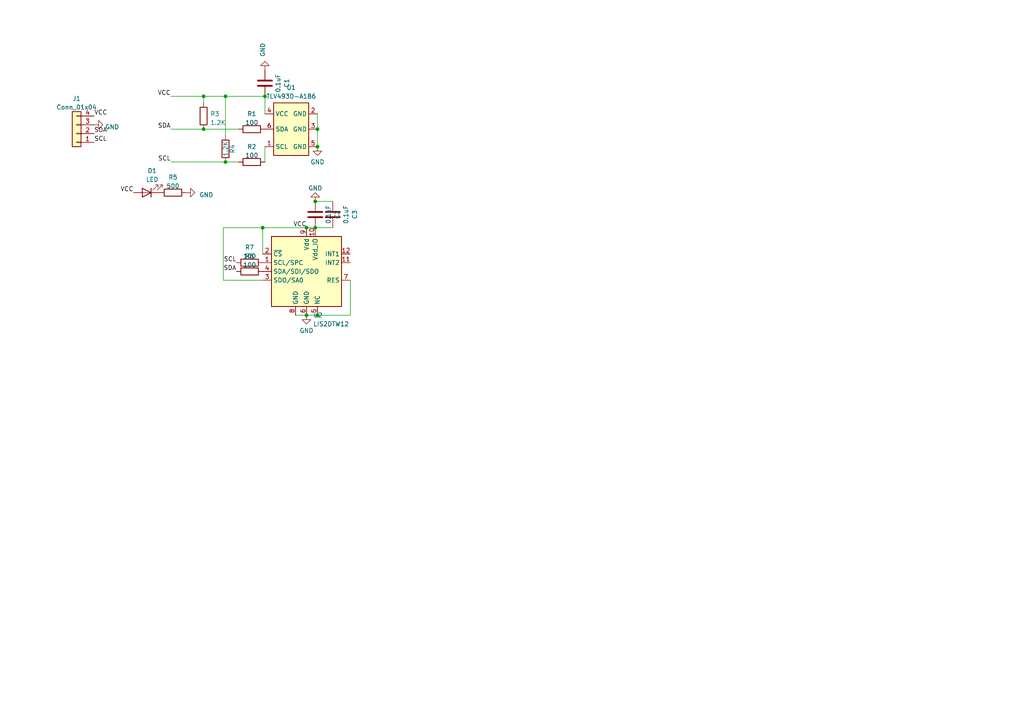
<source format=kicad_sch>
(kicad_sch (version 20230121) (generator eeschema)
  (paper "A4")
  (lib_symbols
    (symbol "Connector_Generic:Conn_01x04" (pin_names (offset 1.016) hide)
      (property "Reference" "J" (at 0 5.08 0))
      (property "Value" "Conn_01x04" (at 0 -7.62 0))
      (symbol "Conn_01x04_1_1"
        (rectangle (start -1.27 -4.953) (end 0 -5.207) (stroke (width 0.1524)))
        (rectangle (start -1.27 -2.413) (end 0 -2.667) (stroke (width 0.1524)))
        (rectangle (start -1.27 0.127) (end 0 -0.127) (stroke (width 0.1524)))
        (rectangle (start -1.27 2.667) (end 0 2.413) (stroke (width 0.1524)))
        (rectangle (start -1.27 3.81) (end 1.27 -6.35) (stroke (width 0.254)) (fill (type background)))
        (pin passive line (at -5.08 2.54 0) (length 3.81) (name "Pin_1") (number "1"))
        (pin passive line (at -5.08 0 0) (length 3.81) (name "Pin_2") (number "2"))
        (pin passive line (at -5.08 -2.54 0) (length 3.81) (name "Pin_3") (number "3"))
        (pin passive line (at -5.08 -5.08 0) (length 3.81) (name "Pin_4") (number "4"))
      )
    )
    (symbol "Device:C" (pin_numbers hide) (pin_names (offset 0.254))
      (property "Reference" "C" (at 0.635 2.54 0))
      (property "Value" "C" (at 0.635 -2.54 0))
      (symbol "C_0_1"
        (polyline (pts (xy -2.032 -0.762) (xy 2.032 -0.762)) (stroke (width 0.508)))
        (polyline (pts (xy -2.032 0.762) (xy 2.032 0.762)) (stroke (width 0.508)))
      )
      (symbol "C_1_1"
        (pin passive line (at 0 3.81 270) (length 2.794) (name "~") (number "1"))
        (pin passive line (at 0 -3.81 90) (length 2.794) (name "~") (number "2"))
      )
    )
    (symbol "Device:LED" (pin_numbers hide) (pin_names (offset 1.016) hide)
      (property "Reference" "D" (at 0 2.54 0))
      (property "Value" "LED" (at 0 -2.54 0))
      (symbol "LED_0_1"
        (polyline (pts (xy -1.27 -1.27) (xy -1.27 1.27)) (stroke (width 0.254)))
        (polyline (pts (xy -1.27 0) (xy 1.27 0)))
        (polyline (pts (xy 1.27 -1.27) (xy 1.27 1.27) (xy -1.27 0) (xy 1.27 -1.27)) (stroke (width 0.254)))
        (polyline (pts (xy -3.048 -0.762) (xy -4.572 -2.286) (xy -3.81 -2.286) (xy -4.572 -2.286) (xy -4.572 -1.524)))
        (polyline (pts (xy -1.778 -0.762) (xy -3.302 -2.286) (xy -2.54 -2.286) (xy -3.302 -2.286) (xy -3.302 -1.524)))
      )
      (symbol "LED_1_1"
        (pin passive line (at -3.81 0 0) (length 2.54) (name "K") (number "1"))
        (pin passive line (at 3.81 0 180) (length 2.54) (name "A") (number "2"))
      )
    )
    (symbol "Device:R" (pin_numbers hide) (pin_names (offset 0))
      (property "Reference" "R" (at 2.032 0 90))
      (property "Value" "R" (at 0 0 90))
      (symbol "R_0_1"
        (rectangle (start -1.016 -2.54) (end 1.016 2.54) (stroke (width 0.254)))
      )
      (symbol "R_1_1"
        (pin passive line (at 0 3.81 270) (length 1.27) (name "~") (number "1"))
        (pin passive line (at 0 -3.81 90) (length 1.27) (name "~") (number "2"))
      )
    )
    (symbol "PEST:TLV493D-A1B6"
      (property "Reference" "U" (at 0 8.89 0))
      (property "Value" "TLV493D-A1B6" (at 0 -8.89 0))
      (symbol "TLV493D-A1B6_0_1"
        (rectangle (start -5.08 7.62) (end 5.08 -7.62) (stroke (width 0.254)) (fill (type background)))
      )
      (symbol "TLV493D-A1B6_1_1"
        (pin input line (at -7.62 -5.08 0) (length 2.54) (name "SCL") (number "1"))
        (pin power_in line (at 7.62 4.445 180) (length 2.54) (name "GND") (number "2"))
        (pin power_in line (at 7.62 0 180) (length 2.54) (name "GND") (number "3"))
        (pin power_in line (at -7.62 4.445 0) (length 2.54) (name "VCC") (number "4"))
        (pin power_in line (at 7.62 -5.08 180) (length 2.54) (name "GND") (number "5"))
        (pin input line (at -7.62 0 0) (length 2.54) (name "SDA") (number "6"))
      )
    )
    (symbol "Touchstone:LIS2DTW12"
      (property "Reference" "U" (at -8.89 11.43 0))
      (property "Value" "LIS2DTW12" (at 7.62 11.43 0))
      (symbol "LIS2DTW12_0_1"
        (rectangle (start -10.16 10.16) (end 10.16 -10.16) (stroke (width 0.254)) (fill (type background)))
      )
      (symbol "LIS2DTW12_1_1"
        (pin input line (at -12.7 2.54 0) (length 2.54) (name "SCL/SPC") (number "1"))
        (pin power_in line (at 2.54 12.7 270) (length 2.54) (name "Vdd_IO") (number "10"))
        (pin bidirectional line (at 12.7 2.54 180) (length 2.54) (name "INT2") (number "11"))
        (pin output line (at 12.7 5.08 180) (length 2.54) (name "INT1") (number "12"))
        (pin input line (at -12.7 5.08 0) (length 2.54) (name "~{CS}") (number "2"))
        (pin bidirectional line (at -12.7 -2.54 0) (length 2.54) (name "SDO/SA0") (number "3"))
        (pin bidirectional line (at -12.7 0 0) (length 2.54) (name "SDA/SDI/SDO") (number "4"))
        (pin passive line (at 3.175 -12.7 90) (length 2.54) (name "NC") (number "5"))
        (pin power_in line (at 0 -12.7 90) (length 2.54) (name "GND") (number "6"))
        (pin input line (at 12.7 -2.54 180) (length 2.54) (name "RES") (number "7"))
        (pin power_in line (at -3.175 -12.7 90) (length 2.54) (name "GND") (number "8"))
        (pin power_in line (at 0 12.7 270) (length 2.54) (name "Vdd") (number "9"))
      )
    )
    (symbol "power:GND" (power) (pin_names (offset 0))
      (property "Value" "GND" (at 0 -3.81 0))
      (symbol "GND_0_1"
        (polyline (pts (xy 0 0) (xy 0 -1.27) (xy 1.27 -1.27) (xy 0 -2.54) (xy -1.27 -1.27) (xy 0 -1.27)))
      )
      (symbol "GND_1_1"
        (pin power_in line (at 0 0 270) (length 0) hide (name "GND") (number "1"))
      )
    )
  )
  (junction (at 92.075 37.465))
  (junction (at 88.9 91.44))
  (junction (at 65.405 46.99))
  (junction (at 88.9 66.04))
  (junction (at 92.075 91.44))
  (junction (at 76.2 66.04))
  (junction (at 59.055 37.465))
  (junction (at 59.055 27.94))
  (junction (at 76.835 27.94))
  (junction (at 91.44 58.42))
  (junction (at 91.44 66.04))
  (junction (at 65.405 27.94))
  (junction (at 92.075 42.545))
  (wire (pts (xy 65.405 27.94) (xy 65.405 39.37)))
  (wire (pts (xy 92.075 91.44) (xy 101.6 91.44)))
  (wire (pts (xy 49.53 46.99) (xy 65.405 46.99)))
  (wire (pts (xy 76.2 66.04) (xy 88.9 66.04)))
  (wire (pts (xy 91.44 66.04) (xy 96.52 66.04)))
  (wire (pts (xy 49.53 27.94) (xy 59.055 27.94)))
  (wire (pts (xy 85.725 91.44) (xy 88.9 91.44)))
  (wire (pts (xy 64.77 66.04) (xy 76.2 66.04)))
  (wire (pts (xy 76.2 81.28) (xy 64.77 81.28)))
  (wire (pts (xy 92.075 37.465) (xy 92.075 42.545)))
  (wire (pts (xy 65.405 27.94) (xy 76.835 27.94)))
  (wire (pts (xy 64.77 81.28) (xy 64.77 66.04)))
  (wire (pts (xy 101.6 81.28) (xy 101.6 91.44)))
  (wire (pts (xy 88.9 66.04) (xy 91.44 66.04)))
  (wire (pts (xy 76.835 27.94) (xy 76.835 33.02)))
  (wire (pts (xy 49.53 37.465) (xy 59.055 37.465)))
  (wire (pts (xy 76.2 73.66) (xy 76.2 66.04)))
  (wire (pts (xy 59.055 37.465) (xy 69.215 37.465)))
  (wire (pts (xy 92.075 33.02) (xy 92.075 37.465)))
  (wire (pts (xy 88.9 91.44) (xy 92.075 91.44)))
  (wire (pts (xy 59.055 27.94) (xy 59.055 29.845)))
  (wire (pts (xy 91.44 58.42) (xy 96.52 58.42)))
  (wire (pts (xy 59.055 27.94) (xy 65.405 27.94)))
  (wire (pts (xy 65.405 46.99) (xy 69.215 46.99)))
  (wire (pts (xy 76.835 42.545) (xy 76.835 46.99)))
  (label "SCL" (at 68.58 76.2 180))
  (label "SDA" (at 68.58 78.74 180))
  (label "SDA" (at 49.53 37.465 180))
  (label "VCC" (at 49.53 27.94 180))
  (label "SCL" (at 27.305 41.275 0))
  (label "VCC" (at 38.735 55.88 180))
  (label "SCL" (at 49.53 46.99 180))
  (label "SDA" (at 27.305 38.735 0))
  (label "VCC" (at 88.9 66.04 180))
  (label "VCC" (at 27.305 33.655 0))
  (symbol (lib_id "Device:R") (at 72.39 76.2 90) (unit 1)
    (property "Reference" "R7" (at 72.39 71.755 90))
    (property "Value" "100" (at 72.39 74.295 90))
    (property "Footprint" "Resistor_SMD:R_0402_1005Metric" (effects hide))
  )
  (symbol (lib_id "Device:R") (at 72.39 78.74 90) (unit 1)
    (property "Reference" "R6" (at 72.39 74.295 90))
    (property "Value" "100" (at 72.39 76.835 90))
    (property "Footprint" "Resistor_SMD:R_0402_1005Metric" (effects hide))
  )
  (symbol (lib_id "Device:C") (at 96.52 62.23 0) (unit 1)
    (property "Reference" "C3" (at 102.87 62.23 90))
    (property "Value" "0.1uF" (at 100.33 62.23 90))
    (property "Footprint" "Capacitor_SMD:C_0402_1005Metric" (effects hide))
  )
  (symbol (lib_id "Device:C") (at 91.44 62.23 0) (unit 1)
    (property "Reference" "C2" (at 97.79 62.23 90))
    (property "Value" "0.1uF" (at 95.25 62.23 90))
    (property "Footprint" "Capacitor_SMD:C_0402_1005Metric" (effects hide))
  )
  (symbol (lib_id "power:GND") (at 53.975 55.88 90) (unit 1)
    (property "Reference" "#PWR04" (effects hide))
    (property "Value" "GND" (at 57.785 56.515 90) (effects (justify right)))
  )
  (symbol (lib_id "Device:R") (at 59.055 33.655 0) (unit 1)
    (property "Reference" "R3" (at 60.96 33.02 0) (effects (justify left)))
    (property "Value" "1.2K" (at 60.96 35.56 0) (effects (justify left)))
    (property "Footprint" "Resistor_SMD:R_0402_1005Metric" (effects hide))
  )
  (symbol (lib_id "PEST:TLV493D-A1B6") (at 84.455 37.465 0) (unit 1)
    (property "Reference" "U1" (at 84.455 25.4 0))
    (property "Value" "TLV493D-A1B6" (at 84.455 27.94 0))
    (property "Footprint" "Package_SO:TSOP-6_1.65x3.05mm_P0.95mm" (effects hide))
  )
  (symbol (lib_id "Device:R") (at 50.165 55.88 90) (unit 1)
    (property "Reference" "R5" (at 50.165 51.435 90))
    (property "Value" "500" (at 50.165 53.975 90))
    (property "Footprint" "Resistor_SMD:R_0402_1005Metric" (effects hide))
  )
  (symbol (lib_id "power:GND") (at 76.835 20.32 180) (unit 1)
    (property "Reference" "#PWR03" (effects hide))
    (property "Value" "GND" (at 76.2 16.51 90) (effects (justify right)))
  )
  (symbol (lib_id "Device:R") (at 73.025 46.99 90) (unit 1)
    (property "Reference" "R2" (at 73.025 42.545 90))
    (property "Value" "100" (at 73.025 45.085 90))
    (property "Footprint" "Resistor_SMD:R_0402_1005Metric" (effects hide))
  )
  (symbol (lib_id "power:GND") (at 92.075 42.545 0) (unit 1)
    (property "Reference" "#PWR01" (effects hide))
    (property "Value" "GND" (at 92.075 46.99 0))
  )
  (symbol (lib_id "power:GND") (at 91.44 58.42 180) (unit 1)
    (property "Reference" "#PWR06" (effects hide))
    (property "Value" "GND" (at 91.44 54.61 0))
  )
  (symbol (lib_id "Device:R") (at 73.025 37.465 90) (unit 1)
    (property "Reference" "R1" (at 73.025 33.02 90))
    (property "Value" "100" (at 73.025 35.56 90))
    (property "Footprint" "Resistor_SMD:R_0402_1005Metric" (effects hide))
  )
  (symbol (lib_id "Device:R") (at 65.405 43.18 0) (unit 1)
    (property "Reference" "R4" (at 67.437 43.18 90))
    (property "Value" "1.2K" (at 65.405 43.18 90))
    (property "Footprint" "Resistor_SMD:R_0402_1005Metric" (effects hide))
  )
  (symbol (lib_id "Touchstone:LIS2DTW12") (at 88.9 78.74 0) (unit 1)
    (property "Reference" "U2" (at 90.8559 91.44 0) (effects (justify left)))
    (property "Value" "LIS2DTW12" (at 90.8559 93.98 0) (effects (justify left)))
    (property "Footprint" "Package_LGA:LGA-12_2x2mm_P0.5mm" (effects hide))
    (property "Datasheet" "https://www.st.com/resource/en/datasheet/lis2dtw12.pdf" (effects hide))
  )
  (symbol (lib_id "Connector_Generic:Conn_01x04") (at 22.225 38.735 180) (unit 1)
    (property "Reference" "J1" (at 22.225 28.575 0))
    (property "Value" "Conn_01x04" (at 22.225 31.115 0))
    (property "Footprint" "Connector_PinSocket_2.54mm:PinSocket_1x04_P2.54mm_Horizontal" (effects hide))
  )
  (symbol (lib_id "Device:LED") (at 42.545 55.88 180) (unit 1)
    (property "Reference" "D1" (at 44.1325 49.53 0))
    (property "Value" "LED" (at 44.1325 52.07 0))
    (property "Footprint" "LED_SMD:LED_0603_1608Metric" (effects hide))
  )
  (symbol (lib_id "power:GND") (at 88.9 91.44 0) (unit 1)
    (property "Reference" "#PWR05" (effects hide))
    (property "Value" "GND" (at 88.9 95.885 0))
  )
  (symbol (lib_id "Device:C") (at 76.835 24.13 0) (unit 1)
    (property "Reference" "C1" (at 83.185 24.13 90))
    (property "Value" "0.1uF" (at 80.645 24.13 90))
    (property "Footprint" "Capacitor_SMD:C_0402_1005Metric" (effects hide))
  )
  (symbol (lib_id "power:GND") (at 27.305 36.195 90) (unit 1)
    (property "Reference" "#PWR02" (effects hide))
    (property "Value" "GND" (at 30.48 36.83 90) (effects (justify right)))
  )
)
</source>
